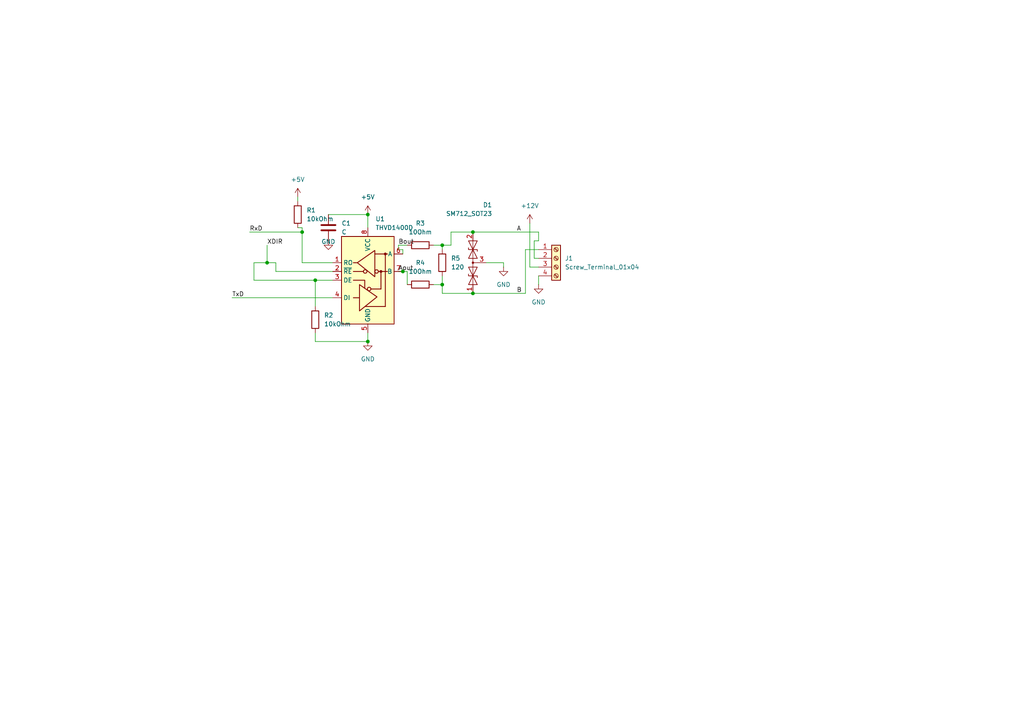
<source format=kicad_sch>
(kicad_sch (version 20231120) (generator "eeschema") (generator_version "8.0")
  (paper "A4")
  (lib_symbols
    (symbol "Connector:Screw_Terminal_01x04" (pin_names (offset 1.016) hide)
      (property "Reference" "J" (at 0 5.08 0))
      (property "Value" "Screw_Terminal_01x04" (at 0 -7.62 0))
      (symbol "Screw_Terminal_01x04_1_1"
        (rectangle (start -1.27 3.81) (end 1.27 -6.35) (stroke (width 0.254)) (fill (type background)))
        (circle (center 0 -5.08) (radius 0.635) (stroke (width 0.1524)))
        (circle (center 0 -2.54) (radius 0.635) (stroke (width 0.1524)))
        (polyline (pts (xy -0.5334 -4.7498) (xy 0.3302 -5.588)) (stroke (width 0.1524)))
        (polyline (pts (xy -0.5334 -2.2098) (xy 0.3302 -3.048)) (stroke (width 0.1524)))
        (polyline (pts (xy -0.5334 0.3302) (xy 0.3302 -0.508)) (stroke (width 0.1524)))
        (polyline (pts (xy -0.5334 2.8702) (xy 0.3302 2.032)) (stroke (width 0.1524)))
        (polyline (pts (xy -0.3556 -4.572) (xy 0.508 -5.4102)) (stroke (width 0.1524)))
        (polyline (pts (xy -0.3556 -2.032) (xy 0.508 -2.8702)) (stroke (width 0.1524)))
        (polyline (pts (xy -0.3556 0.508) (xy 0.508 -0.3302)) (stroke (width 0.1524)))
        (polyline (pts (xy -0.3556 3.048) (xy 0.508 2.2098)) (stroke (width 0.1524)))
        (circle (center 0 0) (radius 0.635) (stroke (width 0.1524)))
        (circle (center 0 2.54) (radius 0.635) (stroke (width 0.1524)))
        (pin passive line (at -5.08 2.54 0) (length 3.81) (name "Pin_1") (number "1"))
        (pin passive line (at -5.08 0 0) (length 3.81) (name "Pin_2") (number "2"))
        (pin passive line (at -5.08 -2.54 0) (length 3.81) (name "Pin_3") (number "3"))
        (pin passive line (at -5.08 -5.08 0) (length 3.81) (name "Pin_4") (number "4"))
      )
    )
    (symbol "Device:C" (pin_numbers hide) (pin_names (offset 0.254))
      (property "Reference" "C" (at 0.635 2.54 0))
      (property "Value" "C" (at 0.635 -2.54 0))
      (symbol "C_0_1"
        (polyline (pts (xy -2.032 -0.762) (xy 2.032 -0.762)) (stroke (width 0.508)))
        (polyline (pts (xy -2.032 0.762) (xy 2.032 0.762)) (stroke (width 0.508)))
      )
      (symbol "C_1_1"
        (pin passive line (at 0 3.81 270) (length 2.794) (name "~") (number "1"))
        (pin passive line (at 0 -3.81 90) (length 2.794) (name "~") (number "2"))
      )
    )
    (symbol "Device:R" (pin_numbers hide) (pin_names (offset 0))
      (property "Reference" "R" (at 2.032 0 90))
      (property "Value" "R" (at 0 0 90))
      (symbol "R_0_1"
        (rectangle (start -1.016 -2.54) (end 1.016 2.54) (stroke (width 0.254)))
      )
      (symbol "R_1_1"
        (pin passive line (at 0 3.81 270) (length 1.27) (name "~") (number "1"))
        (pin passive line (at 0 -3.81 90) (length 1.27) (name "~") (number "2"))
      )
    )
    (symbol "Diode:SM712_SOT23" (pin_names (offset 1.016) hide)
      (property "Reference" "D" (at 0 4.445 0))
      (property "Value" "SM712_SOT23" (at 0 2.54 0))
      (symbol "SM712_SOT23_0_0"
        (polyline (pts (xy 0 -1.27) (xy 0 0)))
      )
      (symbol "SM712_SOT23_0_1"
        (polyline (pts (xy -6.35 0) (xy 6.35 0)))
        (polyline (pts (xy -3.302 1.27) (xy -3.81 1.27) (xy -3.81 -1.27) (xy -4.318 -1.27)) (stroke (width 0.2032)))
        (polyline (pts (xy 4.318 1.27) (xy 3.81 1.27) (xy 3.81 -1.27) (xy 3.302 -1.27)) (stroke (width 0.2032)))
        (polyline (pts (xy -6.35 -1.27) (xy -1.27 1.27) (xy -1.27 -1.27) (xy -6.35 1.27) (xy -6.35 -1.27)) (stroke (width 0.2032)))
        (polyline (pts (xy 1.27 -1.27) (xy 1.27 1.27) (xy 6.35 -1.27) (xy 6.35 1.27) (xy 1.27 -1.27)) (stroke (width 0.2032)))
        (circle (center 0 0) (radius 0.254) (fill (type outline)))
      )
      (symbol "SM712_SOT23_1_1"
        (pin passive line (at -8.89 0 0) (length 2.54) (name "A1") (number "1"))
        (pin passive line (at 8.89 0 180) (length 2.54) (name "A2") (number "2"))
        (pin input line (at 0 -3.81 90) (length 2.54) (name "common") (number "3"))
      )
    )
    (symbol "Interface_UART:THVD1400D"
      (property "Reference" "U" (at -6.096 11.43 0))
      (property "Value" "THVD1400D" (at 0.762 11.43 0))
      (symbol "THVD1400D_0_1"
        (rectangle (start -7.62 12.7) (end 7.62 -12.7) (stroke (width 0.254)) (fill (type background)))
        (polyline (pts (xy -4.191 2.54) (xy -1.27 2.54)) (stroke (width 0.254)))
        (polyline (pts (xy -2.54 -5.08) (xy -4.191 -5.08)) (stroke (width 0.254)))
        (polyline (pts (xy -0.635 -7.62) (xy 5.08 -7.62)) (stroke (width 0.254)))
        (polyline (pts (xy 0.889 -2.54) (xy 3.81 -2.54)) (stroke (width 0.254)))
        (polyline (pts (xy 2.032 7.62) (xy 5.715 7.62)) (stroke (width 0.254)))
        (polyline (pts (xy 3.048 2.54) (xy 5.715 2.54)) (stroke (width 0.254)))
        (polyline (pts (xy 3.81 -2.54) (xy 3.81 2.54)) (stroke (width 0.254)))
        (polyline (pts (xy 5.08 -7.62) (xy 5.08 7.62)) (stroke (width 0.254)))
        (polyline (pts (xy -4.191 0) (xy -0.889 0) (xy -0.889 -2.286)) (stroke (width 0.254)))
        (polyline (pts (xy -3.175 5.08) (xy -4.191 5.08) (xy -4.064 5.08)) (stroke (width 0.254)))
        (polyline (pts (xy -2.413 -5.08) (xy -2.413 -1.27) (xy 2.667 -4.826) (xy -2.413 -8.89) (xy -2.413 -5.08)) (stroke (width 0.254)))
        (circle (center 0.381 -2.54) (radius 0.508) (stroke (width 0.254)))
        (circle (center 3.81 2.54) (radius 0.2794) (stroke (width 0.254)) (fill (type outline)))
      )
      (symbol "THVD1400D_1_1"
        (circle (center -0.762 2.54) (radius 0.508) (stroke (width 0.254)))
        (polyline (pts (xy 2.032 4.826) (xy 2.032 8.636) (xy -3.048 5.08) (xy 2.032 1.016) (xy 2.032 4.826)) (stroke (width 0.254)))
        (circle (center 2.54 2.54) (radius 0.508) (stroke (width 0.254)))
        (circle (center 5.08 7.62) (radius 0.2794) (stroke (width 0.254)) (fill (type outline)))
        (pin output line (at -10.16 5.08 0) (length 2.54) (name "RO") (number "1"))
        (pin input line (at -10.16 2.54 0) (length 2.54) (name "~{RE}") (number "2"))
        (pin input line (at -10.16 0 0) (length 2.54) (name "DE") (number "3"))
        (pin input line (at -10.16 -5.08 0) (length 2.54) (name "DI") (number "4"))
        (pin power_in line (at 0 -15.24 90) (length 2.54) (name "GND") (number "5"))
        (pin bidirectional line (at 10.16 7.62 180) (length 2.54) (name "A") (number "6"))
        (pin bidirectional line (at 10.16 2.54 180) (length 2.54) (name "B") (number "7"))
        (pin power_in line (at 0 15.24 270) (length 2.54) (name "VCC") (number "8"))
      )
    )
    (symbol "power:+12V" (power) (pin_numbers hide) (pin_names (offset 0) hide)
      (property "Value" "+12V" (at 0 3.556 0))
      (symbol "+12V_0_1"
        (polyline (pts (xy -0.762 1.27) (xy 0 2.54)))
        (polyline (pts (xy 0 0) (xy 0 2.54)))
        (polyline (pts (xy 0 2.54) (xy 0.762 1.27)))
      )
      (symbol "+12V_1_1"
        (pin power_in line (at 0 0 90) (length 0) (name "~") (number "1"))
      )
    )
    (symbol "power:+5V" (power) (pin_numbers hide) (pin_names (offset 0) hide)
      (property "Value" "+5V" (at 0 3.556 0))
      (symbol "+5V_0_1"
        (polyline (pts (xy -0.762 1.27) (xy 0 2.54)))
        (polyline (pts (xy 0 0) (xy 0 2.54)))
        (polyline (pts (xy 0 2.54) (xy 0.762 1.27)))
      )
      (symbol "+5V_1_1"
        (pin power_in line (at 0 0 90) (length 0) (name "~") (number "1"))
      )
    )
    (symbol "power:GND" (power) (pin_numbers hide) (pin_names (offset 0) hide)
      (property "Value" "GND" (at 0 -3.81 0))
      (symbol "GND_0_1"
        (polyline (pts (xy 0 0) (xy 0 -1.27) (xy 1.27 -1.27) (xy 0 -2.54) (xy -1.27 -1.27) (xy 0 -1.27)))
      )
      (symbol "GND_1_1"
        (pin power_in line (at 0 0 270) (length 0) (name "~") (number "1"))
      )
    )
  )
  (junction (at 137.16 85.09))
  (junction (at 128.27 82.55))
  (junction (at 91.44 81.28))
  (junction (at 87.63 67.31))
  (junction (at 106.68 99.06))
  (junction (at 116.84 78.74))
  (junction (at 77.47 76.2))
  (junction (at 106.68 62.23))
  (junction (at 137.16 67.31))
  (junction (at 128.27 71.12))
  (wire (pts (xy 87.63 76.2) (xy 96.52 76.2)))
  (wire (pts (xy 128.27 71.12) (xy 128.27 72.39)))
  (wire (pts (xy 152.4 72.39) (xy 156.21 72.39)))
  (wire (pts (xy 140.97 76.2) (xy 146.05 76.2)))
  (wire (pts (xy 87.63 66.04) (xy 87.63 67.31)))
  (wire (pts (xy 137.16 67.31) (xy 156.21 67.31)))
  (wire (pts (xy 128.27 71.12) (xy 130.81 71.12)))
  (wire (pts (xy 86.36 57.15) (xy 86.36 58.42)))
  (wire (pts (xy 154.94 74.93) (xy 156.21 74.93)))
  (wire (pts (xy 96.52 78.74) (xy 80.01 78.74)))
  (wire (pts (xy 125.73 82.55) (xy 128.27 82.55)))
  (wire (pts (xy 77.47 71.12) (xy 77.47 76.2)))
  (wire (pts (xy 156.21 69.85) (xy 154.94 69.85)))
  (wire (pts (xy 91.44 81.28) (xy 91.44 88.9)))
  (wire (pts (xy 152.4 72.39) (xy 152.4 85.09)))
  (wire (pts (xy 80.01 78.74) (xy 80.01 76.2)))
  (wire (pts (xy 118.11 78.74) (xy 118.11 82.55)))
  (wire (pts (xy 106.68 96.52) (xy 106.68 99.06)))
  (wire (pts (xy 106.68 62.23) (xy 106.68 66.04)))
  (wire (pts (xy 146.05 76.2) (xy 146.05 77.47)))
  (wire (pts (xy 154.94 69.85) (xy 154.94 74.93)))
  (wire (pts (xy 116.84 72.39) (xy 116.84 73.66)))
  (wire (pts (xy 86.36 66.04) (xy 87.63 66.04)))
  (wire (pts (xy 91.44 96.52) (xy 91.44 99.06)))
  (wire (pts (xy 96.52 81.28) (xy 91.44 81.28)))
  (wire (pts (xy 115.57 78.74) (xy 116.84 78.74)))
  (wire (pts (xy 96.52 86.36) (xy 67.31 86.36)))
  (wire (pts (xy 153.67 77.47) (xy 156.21 77.47)))
  (wire (pts (xy 130.81 71.12) (xy 130.81 67.31)))
  (wire (pts (xy 128.27 82.55) (xy 128.27 85.09)))
  (wire (pts (xy 91.44 81.28) (xy 73.66 81.28)))
  (wire (pts (xy 156.21 67.31) (xy 156.21 69.85)))
  (wire (pts (xy 87.63 67.31) (xy 87.63 76.2)))
  (wire (pts (xy 153.67 64.77) (xy 153.67 77.47)))
  (wire (pts (xy 115.57 72.39) (xy 115.57 71.12)))
  (wire (pts (xy 91.44 99.06) (xy 106.68 99.06)))
  (wire (pts (xy 77.47 76.2) (xy 80.01 76.2)))
  (wire (pts (xy 137.16 85.09) (xy 152.4 85.09)))
  (wire (pts (xy 72.39 67.31) (xy 87.63 67.31)))
  (wire (pts (xy 73.66 81.28) (xy 73.66 76.2)))
  (wire (pts (xy 115.57 72.39) (xy 116.84 72.39)))
  (wire (pts (xy 116.84 78.74) (xy 118.11 78.74)))
  (wire (pts (xy 130.81 67.31) (xy 137.16 67.31)))
  (wire (pts (xy 156.21 80.01) (xy 156.21 82.55)))
  (wire (pts (xy 73.66 76.2) (xy 77.47 76.2)))
  (wire (pts (xy 128.27 85.09) (xy 137.16 85.09)))
  (wire (pts (xy 125.73 71.12) (xy 128.27 71.12)))
  (wire (pts (xy 115.57 71.12) (xy 118.11 71.12)))
  (wire (pts (xy 95.25 62.23) (xy 106.68 62.23)))
  (wire (pts (xy 128.27 82.55) (xy 128.27 80.01)))
  (label "TxD" (at 67.31 86.36 0))
  (label "Aout" (at 115.57 78.74 0))
  (label "Bout" (at 115.57 71.12 0))
  (label "RxD" (at 72.39 67.31 0))
  (label "A" (at 149.86 67.31 0))
  (label "XDIR" (at 77.47 71.12 0))
  (label "B" (at 149.86 85.09 0))
  (symbol (lib_id "Device:R") (at 128.27 76.2 0) (unit 1)
    (property "Reference" "R5" (at 130.81 74.9299 0) (effects (justify left)))
    (property "Value" "120" (at 130.81 77.4699 0) (effects (justify left)))
    (property "Footprint" "Resistor_SMD:R_1206_3216Metric" (effects (hide yes)))
    (property "Description" "Resistor" (effects (hide yes)))
  )
  (symbol (lib_id "Device:R") (at 121.92 82.55 90) (unit 1)
    (property "Reference" "R4" (at 121.92 76.2 90))
    (property "Value" "10Ohm" (at 121.92 78.74 90))
    (property "Footprint" "Resistor_SMD:R_1210_3225Metric" (effects (hide yes)))
    (property "Description" "Resistor" (effects (hide yes)))
  )
  (symbol (lib_id "Interface_UART:THVD1400D") (at 106.68 81.28 0) (unit 1)
    (property "Reference" "U1" (at 108.8741 63.5 0) (effects (justify left)))
    (property "Value" "THVD1400D" (at 108.8741 66.04 0) (effects (justify left)))
    (property "Footprint" "Package_SO:SOIC-8_3.9x4.9mm_P1.27mm" (effects (hide yes)))
    (property "Datasheet" "https://www.ti.com/lit/ds/symlink/thvd1420.pdf" (effects (hide yes)))
    (property "Description" "Half duplex RS-485/RS-422, 500 Kbps, 3V - 5.5V supply, ±12kV electro-static discharge (ESD) protection, with receiver/driver enable, 32 receiver drive capacity, SOIC-8" (effects (hide yes)))
  )
  (symbol (lib_id "Device:R") (at 86.36 62.23 0) (unit 1)
    (property "Reference" "R1" (at 88.9 60.9599 0) (effects (justify left)))
    (property "Value" "10kOhm" (at 88.9 63.4999 0) (effects (justify left)))
    (property "Footprint" "Resistor_SMD:R_1206_3216Metric" (effects (hide yes)))
    (property "Description" "Resistor" (effects (hide yes)))
  )
  (symbol (lib_id "power:+12V") (at 153.67 64.77 0) (unit 1)
    (property "Reference" "#PWR06" (effects (hide yes)))
    (property "Value" "+12V" (at 153.67 59.69 0))
    (property "Description" "Power symbol creates a global label with name \"+12V\"" (effects (hide yes)))
  )
  (symbol (lib_id "Connector:Screw_Terminal_01x04") (at 161.29 74.93 0) (unit 1)
    (property "Reference" "J1" (at 163.83 74.9299 0) (effects (justify left)))
    (property "Value" "Screw_Terminal_01x04" (at 163.83 77.4699 0) (effects (justify left)))
    (property "Footprint" "TerminalBlock_Altech:Altech_AK100_1x04_P5.00mm" (effects (hide yes)))
    (property "Description" "Generic screw terminal, single row, 01x04, script generated (kicad-library-utils/schlib/autogen/connector/)" (effects (hide yes)))
  )
  (symbol (lib_id "power:+5V") (at 106.68 62.23 0) (unit 1)
    (property "Reference" "#PWR03" (effects (hide yes)))
    (property "Value" "+5V" (at 106.68 57.15 0))
    (property "Description" "Power symbol creates a global label with name \"+5V\"" (effects (hide yes)))
  )
  (symbol (lib_id "Device:R") (at 121.92 71.12 90) (unit 1)
    (property "Reference" "R3" (at 121.92 64.77 90))
    (property "Value" "10Ohm" (at 121.92 67.31 90))
    (property "Footprint" "Resistor_SMD:R_1210_3225Metric" (effects (hide yes)))
    (property "Description" "Resistor" (effects (hide yes)))
  )
  (symbol (lib_id "power:GND") (at 106.68 99.06 0) (unit 1)
    (property "Reference" "#PWR02" (effects (hide yes)))
    (property "Value" "GND" (at 106.68 104.14 0))
    (property "Description" "Power symbol creates a global label with name \"GND\" , ground" (effects (hide yes)))
  )
  (symbol (lib_id "power:+5V") (at 86.36 57.15 0) (unit 1)
    (property "Reference" "#PWR01" (effects (hide yes)))
    (property "Value" "+5V" (at 86.36 52.07 0))
    (property "Description" "Power symbol creates a global label with name \"+5V\"" (effects (hide yes)))
  )
  (symbol (lib_id "Device:C") (at 95.25 66.04 0) (unit 1)
    (property "Reference" "C1" (at 99.06 64.7699 0) (effects (justify left)))
    (property "Value" "C" (at 99.06 67.3099 0) (effects (justify left)))
    (property "Footprint" "Capacitor_SMD:C_1206_3216Metric" (effects (hide yes)))
    (property "Description" "Unpolarized capacitor" (effects (hide yes)))
  )
  (symbol (lib_id "power:GND") (at 146.05 77.47 0) (unit 1)
    (property "Reference" "#PWR05" (effects (hide yes)))
    (property "Value" "GND" (at 146.05 82.55 0))
    (property "Description" "Power symbol creates a global label with name \"GND\" , ground" (effects (hide yes)))
  )
  (symbol (lib_id "Device:R") (at 91.44 92.71 0) (unit 1)
    (property "Reference" "R2" (at 93.98 91.4399 0) (effects (justify left)))
    (property "Value" "10kOhm" (at 93.98 93.9799 0) (effects (justify left)))
    (property "Footprint" "Resistor_SMD:R_1206_3216Metric" (effects (hide yes)))
    (property "Description" "Resistor" (effects (hide yes)))
  )
  (symbol (lib_id "Diode:SM712_SOT23") (at 137.16 76.2 90) (unit 1)
    (property "Reference" "D1" (at 142.748 59.436 90) (effects (justify left)))
    (property "Value" "SM712_SOT23" (at 142.748 61.976 90) (effects (justify left)))
    (property "Footprint" "Package_TO_SOT_SMD:SOT-23" (effects (hide yes)))
    (property "Datasheet" "https://www.littelfuse.com/~/media/electronics/datasheets/tvs_diode_arrays/littelfuse_tvs_diode_array_sm712_datasheet.pdf.pdf" (effects (hide yes)))
    (property "Description" "7V/12V, 600W Asymmetrical TVS Diode Array, SOT-23" (effects (hide yes)))
  )
  (symbol (lib_id "power:GND") (at 156.21 82.55 0) (unit 1)
    (property "Reference" "#PWR07" (effects (hide yes)))
    (property "Value" "GND" (at 156.21 87.63 0))
    (property "Description" "Power symbol creates a global label with name \"GND\" , ground" (effects (hide yes)))
  )
  (symbol (lib_id "power:GND") (at 95.25 69.85 0) (unit 1)
    (property "Reference" "#PWR04" (effects (hide yes)))
    (property "Value" "GND" (at 95.25 70.104 0))
    (property "Description" "Power symbol creates a global label with name \"GND\" , ground" (effects (hide yes)))
  )
)
</source>
